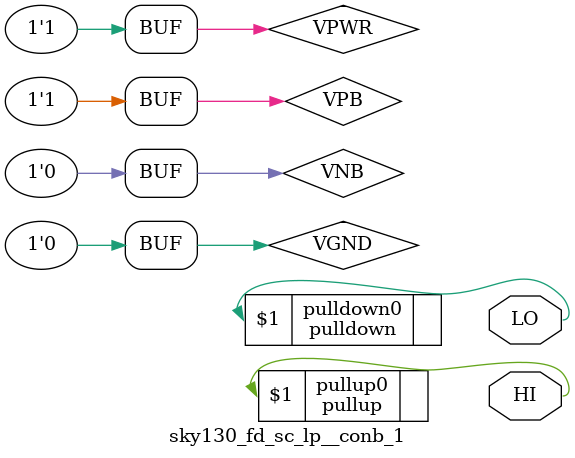
<source format=v>
/*
 * Copyright 2020 The SkyWater PDK Authors
 *
 * Licensed under the Apache License, Version 2.0 (the "License");
 * you may not use this file except in compliance with the License.
 * You may obtain a copy of the License at
 *
 *     https://www.apache.org/licenses/LICENSE-2.0
 *
 * Unless required by applicable law or agreed to in writing, software
 * distributed under the License is distributed on an "AS IS" BASIS,
 * WITHOUT WARRANTIES OR CONDITIONS OF ANY KIND, either express or implied.
 * See the License for the specific language governing permissions and
 * limitations under the License.
 *
 * SPDX-License-Identifier: Apache-2.0
*/


`ifndef SKY130_FD_SC_LP__CONB_1_TIMING_V
`define SKY130_FD_SC_LP__CONB_1_TIMING_V

/**
 * conb: Constant value, low, high outputs.
 *
 * Verilog simulation timing model.
 */

`timescale 1ns / 1ps
`default_nettype none

`celldefine
module sky130_fd_sc_lp__conb_1 (
    HI,
    LO
);

    // Module ports
    output HI;
    output LO;

    // Module supplies
    supply1 VPWR;
    supply0 VGND;
    supply1 VPB ;
    supply0 VNB ;

    //       Name       Output
    pullup   pullup0   (HI    );
    pulldown pulldown0 (LO    );

endmodule
`endcelldefine

`default_nettype wire
`endif  // SKY130_FD_SC_LP__CONB_1_TIMING_V

</source>
